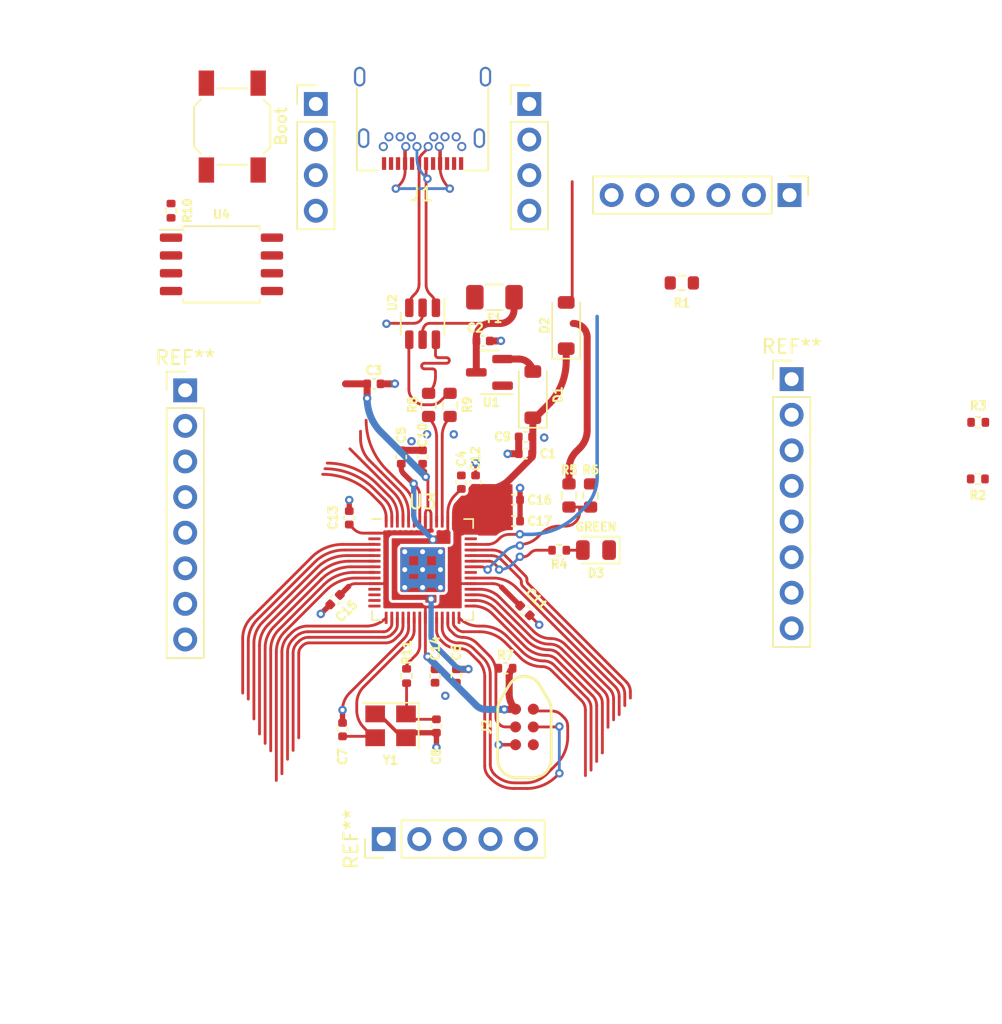
<source format=kicad_pcb>
(kicad_pcb (version 20221018) (generator pcbnew)
  (layers (0 "F.Cu" signal) (31 "B.Cu" signal) (34 "B.Paste" user) (35 "F.Paste" user) (36 "B.SilkS" user "B.Silkscreen") (37 "F.SilkS" user "F.Silkscreen") (38 "B.Mask" user) (39 "F.Mask" user) (44 "Edge.Cuts" user))
  (net 0 "")
  (net 1 "GND")
  (net 2 "+3V3")
  (net 3 "+5V")
  (net 4 "+1V1")
  (net 5 "XTAL_IN")
  (net 6 "/XTAL_O")
  (net 7 "Net-(D1-A)")
  (net 8 "3vCable")
  (net 9 "Net-(D3-A)")
  (net 10 "VCC")
  (net 12 "Net-(J1-CC1)")
  (net 13 "DBUS+")
  (net 14 "DBUS-")
  (net 17 "DATA")
  (net 19 "Net-(J1-CC2)")
  (net 22 "Net-(J1-SHIELD)")
  (net 23 "SWD")
  (net 24 "~{RESET}")
  (net 25 "SWCLK")
  (net 27 "PICO_LED")
  (net 28 "VBUS_SENSE")
  (net 29 "D+")
  (net 30 "/D_+")
  (net 31 "D-")
  (net 32 "/D_-")
  (net 33 "/~{USB_BOOT}")
  (net 34 "CS")
  (net 35 "XTAL_OUT")
  (net 37 "START")
  (net 38 "RIGHT")
  (net 39 "DOWN")
  (net 40 "LEFT")
  (net 41 "L")
  (net 42 "M1")
  (net 43 "M2")
  (net 48 "C_LT")
  (net 49 "A")
  (net 50 "C_DN")
  (net 51 "C_RT")
  (net 52 "C_UP")
  (net 53 "UP")
  (net 54 "MS")
  (net 55 "Z")
  (net 56 "LS")
  (net 57 "X")
  (net 58 "Y")
  (net 59 "B")
  (net 60 "R")
  (net 61 "SD3")
  (net 62 "QSPI_CLK")
  (net 63 "SD0")
  (net 64 "SD2")
  (net 65 "SD1")
  (net 68 "unconnected-(J3-Pin_2-Pad2)")
  (footprint "Resistor_SMD:R_0603_1608Metric" (layer "F.Cu") (at 153.736089 49.696089 90)
    (fp_text reference "R6")
    (fp_text value "10k")
  )
  (footprint "Capacitor_SMD:C_0402_1005Metric" (layer "F.Cu") (at 136.031089 66.400107 -90)
    (fp_text reference "C7")
    (fp_text value "22pF")
  )
  (footprint "Connector_PinHeader_2.54mm:PinHeader_1x05_P2.54mm_Vertical" (layer "F.Cu") (at 138.97 74.21 90)
    (fp_text reference "REF**")
    (fp_text value "PinHeader_1x05_P2.54mm_Vertical")
  )
  (footprint "Capacitor_SMD:C_0402_1005Metric" (layer "F.Cu") (at 149.086089 45.516089 180)
    (fp_text reference "C9")
    (fp_text value "10uF")
  )
  (footprint "footprints:TYPE-C_24P_QCHT" (layer "F.Cu") (at 141.744589 21.091089 180)
    (fp_text reference "J1")
    (fp_text value "USB C Connector")
  )
  (footprint "Resistor_SMD:R_0402_1005Metric" (layer "F.Cu") (at 140.603089 62.574339 90)
    (fp_text reference "R11")
    (fp_text value "1k")
  )
  (footprint "Capacitor_SMD:C_0402_1005Metric" (layer "F.Cu") (at 144.159089 62.574339 -90)
    (fp_text reference "C6")
    (fp_text value "100nF")
  )
  (footprint "Diode_SMD:D_SOD-123" (layer "F.Cu") (at 151.996089 37.571089 90)
    (fp_text reference "D2")
    (fp_text value "Schottky Diode")
  )
  (footprint "Capacitor_SMD:C_0402_1005Metric" (layer "F.Cu") (at 148.223089 50.001339)
    (fp_text reference "C16")
    (fp_text value "100nF")
  )
  (footprint "Capacitor_SMD:C_0402_1005Metric" (layer "F.Cu") (at 138.266089 41.731089)
    (fp_text reference "C3")
    (fp_text value "100nF")
  )
  (footprint "Resistor_SMD:R_0603_1608Metric" (layer "F.Cu") (at 142.176089 43.231089 -90)
    (fp_text reference "R8")
    (fp_text value "27")
  )
  (footprint "Connector_PinHeader_2.54mm:PinHeader_1x08_P2.54mm_Vertical" (layer "F.Cu") (at 124.8 42.19)
    (fp_text reference "REF**")
    (fp_text value "PinHeader_1x08_P2.54mm_Vertical")
  )
  (footprint "Package_TO_SOT_SMD:SOT-23" (layer "F.Cu") (at 146.518589 40.911089 180)
    (fp_text reference "U1")
    (fp_text value "XC6206")
  )
  (footprint "Crystal:Crystal_SMD_3225-4Pin_3.2x2.5mm" (layer "F.Cu") (at 139.460089 66.130339 180)
    (fp_text reference "Y1")
    (fp_text value "12MHz")
  )
  (footprint "Button_Switch_SMD:SW_SPST_SKQG_WithStem" (layer "F.Cu") (at 128.16 23.375 -90)
    (fp_text reference "SW1" hide)
    (fp_text value "Boot")
  )
  (footprint "Capacitor_SMD:C_0402_1005Metric" (layer "F.Cu") (at 142.733839 66.146107 90)
    (fp_text reference "C8")
    (fp_text value "22pF")
  )
  (footprint "Capacitor_SMD:C_0402_1005Metric" (layer "F.Cu") (at 142.635089 62.574339 -90)
    (fp_text reference "C14")
    (fp_text value "100nF")
  )
  (footprint "Resistor_SMD:R_0402_1005Metric" (layer "F.Cu") (at 123.79 29.375 -90)
    (fp_text reference "R10")
    (fp_text value "1k")
  )
  (footprint "Connector_PinHeader_2.54mm:PinHeader_1x04_P2.54mm_Vertical" (layer "F.Cu") (at 149.364589 21.760089)
    (fp_text reference "J3" hide)
    (fp_text value "Conn_01x04_Pin")
  )
  (footprint "Connector_PinHeader_2.54mm:PinHeader_1x08_P2.54mm_Vertical" (layer "F.Cu") (at 168.09 41.395)
    (fp_text reference "REF**")
    (fp_text value "PinHeader_1x08_P2.54mm_Vertical")
  )
  (footprint "footprints:RP2040-QFN-56" (layer "F.Cu") (at 141.746089 54.986089)
    (fp_text reference "U3")
    (fp_text value "RP2040")
  )
  (footprint "LED_SMD:LED_0805_2012Metric" (layer "F.Cu") (at 154.123589 53.591089 180)
    (fp_text reference "D3")
    (fp_text value "GREEN")
  )
  (footprint "Package_TO_SOT_SMD:SOT-23-6" (layer "F.Cu") (at 141.746089 37.441089 -90)
    (fp_text reference "U2")
    (fp_text value "USBLC6-2SC6")
  )
  (footprint "Resistor_SMD:R_0402_1005Metric" (layer "F.Cu") (at 147.666089 62.021089 180)
    (fp_text reference "R7")
    (fp_text value "10k")
  )
  (footprint "Capacitor_SMD:C_0402_1005Metric" (layer "F.Cu") (at 144.511839 48.747107 90)
    (fp_text reference "C4")
    (fp_text value "1uF")
  )
  (footprint "Capacitor_SMD:C_0402_1005Metric" (layer "F.Cu") (at 141.746089 46.953339 90)
    (fp_text reference "C10")
    (fp_text value "1uF")
  )
  (footprint "Resistor_SMD:R_0603_1608Metric" (layer "F.Cu") (at 143.706089 43.231089 -90)
    (fp_text reference "R9")
    (fp_text value "27")
  )
  (footprint "Capacitor_SMD:C_0402_1005Metric" (layer "F.Cu") (at 148.223089 51.525339)
    (fp_text reference "C17")
    (fp_text value "100nF")
  )
  (footprint "Resistor_SMD:R_0402_1005Metric" (layer "F.Cu") (at 181.38 48.515 180)
    (fp_text reference "R2")
    (fp_text value "5.1k")
  )
  (footprint "Capacitor_SMD:C_0402_1005Metric" (layer "F.Cu") (at 149.086089 46.716089)
    (fp_text reference "C1")
    (fp_text value "1uF")
  )
  (footprint "Resistor_SMD:R_0603_1608Metric" (layer "F.Cu") (at 152.196089 49.696089 -90)
    (fp_text reference "R5")
    (fp_text value "5.6k")
  )
  (footprint "Package_SO:SOIC-8_5.23x5.23mm_P1.27mm" (layer "F.Cu") (at 127.39 33.205)
    (fp_text reference "U4")
    (fp_text value "W25Q128JVS")
  )
  (footprint "Diode_SMD:D_SOD-123" (layer "F.Cu") (at 149.616089 42.501089 90)
    (fp_text reference "D1")
    (fp_text value "Schottky Diode")
  )
  (footprint "Connector_PinHeader_2.54mm:PinHeader_1x04_P2.54mm_Vertical" (layer "F.Cu") (at 134.124589 21.760089)
    (fp_text reference "J4" hide)
    (fp_text value "Conn_01x04_Pin")
  )
  (footprint "Capacitor_SMD:C_0402_1005Metric" (layer "F.Cu") (at 145.527839 48.747107 90)
    (fp_text reference "C12")
    (fp_text value "100nF")
  )
  (footprint "Connector_PinHeader_2.54mm:PinHeader_1x06_P2.54mm_Vertical" (layer "F.Cu") (at 167.94 28.26 -90)
    (fp_text reference "J5" hide)
    (fp_text value "Conn_01x06_Pin" hide)
  )
  (footprint "Capacitor_SMD:C_0402_1005Metric" (layer "F.Cu") (at 140.222089 46.953339 90)
    (fp_text reference "C5")
    (fp_text value "100nF")
  )
  (footprint "Capacitor_SMD:C_0402_1005Metric" (layer "F.Cu") (at 135.494839 57.129107 -135)
    (fp_text reference "C15")
    (fp_text value "100nF")
  )
  (footprint "Resistor_SMD:R_0402_1005Metric" (layer "F.Cu") (at 181.41 44.475)
    (fp_text reference "R3")
    (fp_text value "5.1k")
  )
  (footprint "marbastlib-various:CON_TC2030_outlined" (layer "F.Cu") (at 149.016089 66.211089 -90)
    (fp_text reference "J2")
    (fp_text value "JTAG_TC2030")
  )
  (footprint "Resistor_SMD:R_0603_1608Metric" (layer "F.Cu") (at 160.25 34.53 180)
    (fp_text reference "R1")
    (fp_text value "1M")
  )
  (footprint "Fuse:Fuse_1206_3216Metric" (layer "F.Cu") (at 146.876089 35.551089)
    (fp_text reference "F1")
    (fp_text value "500 mA")
  )
  (footprint "Resistor_SMD:R_0402_1005Metric" (layer "F.Cu") (at 151.496089 53.601089)
    (fp_text reference "R4")
    (fp_text value "470")
  )
  (footprint "Capacitor_SMD:C_0402_1005Metric" (layer "F.Cu") (at 149.052089 57.906982 -45)
    (fp_text reference "C11")
    (fp_text value "100nF")
  )
  (footprint "Capacitor_SMD:C_0402_1005Metric" (layer "F.Cu") (at 146.066089 38.671089 180)
    (fp_text reference "C2")
    (fp_text value "1uF")
  )
  (footprint "Capacitor_SMD:C_0402_1005Metric" (layer "F.Cu") (at 136.510839 51.287107 90)
    (fp_text reference "C13")
    (fp_text value "100nF")
  )
  (segment (start 141.746089 36.303589) (end 141.746089 36.794458) (width 0.2) (layer "F.Cu") (net 1))
  (segment (start 150.068089 58.922982) (end 149.3915 58.246393) (width 0.2) (layer "F.Cu") (net 1))
  (segment (start 140.746089 58.423589) (end 140.746089 59.144618) (width 0.2) (layer "F.Cu") (net 1))
  (segment (start 141.129458 37.411089) (end 139.196089 37.411089) (width 0.2) (layer "F.Cu") (net 1))
  (segment (start 148.606089 45.516089) (end 148.606089 46.716089) (width 0.5) (layer "F.Cu") (net 1))
  (segment (start 142.733839 66.626107) (end 142.733839 67.670107) (width 0.381) (layer "F.Cu") (net 1))
  (segment (start 142.733839 66.626107) (end 140.914321 66.626107) (width 0.381) (layer "F.Cu") (net 1))
  (segment (start 135.155428 57.468518) (end 134.478839 58.145107) (width 0.381) (layer "F.Cu") (net 1))
  (segment (start 136.510839 50.807107) (end 136.510839 50.017107) (width 0.381) (layer "F.Cu") (net 1))
  (segment (start 139.196089 37.411089) (end 139.166089 37.441089) (width 0.2) (layer "F.Cu") (net 1))
  (segment (start 136.031089 65.003107) (end 136.031089 65.920107) (width 0.381) (layer "F.Cu") (net 1))
  (segment (start 140.437992 59.88843) (end 136.531514 63.794908) (width 0.2) (layer "F.Cu") (net 1))
  (segment (start 148.703089 50.001339) (end 148.703089 51.525339) (width 0.381) (layer "F.Cu") (net 1))
  (segment (start 138.746089 41.731089) (end 139.756089 41.731089) (width 0.5) (layer "F.Cu") (net 1))
  (segment (start 148.606089 46.716089) (end 147.826089 46.716089) (width 0.5) (layer "F.Cu") (net 1))
  (segment (start 145.527839 48.267107) (end 145.527839 47.350107) (width 0.2) (layer "F.Cu") (net 1))
  (segment (start 147.826089 46.716089) (end 147.816089 46.726089) (width 0.5) (layer "F.Cu") (net 1))
  (segment (start 148.702839 49.161089) (end 148.702839 50.001089) (width 0.381) (layer "F.Cu") (net 1))
  (segment (start 148.381089 67.481089) (end 147.178828 67.481089) (width 0.25) (layer "F.Cu") (net 1))
  (segment (start 140.222089 46.473339) (end 141.746089 46.473339) (width 0.5) (layer "F.Cu") (net 1))
  (segment (start 140.313111 66.980339) (end 138.613111 65.280339) (width 0.254) (layer "F.Cu") (net 1))
  (segment (start 147.326089 38.671089) (end 147.336089 38.661089) (width 0.5) (layer "F.Cu") (net 1))
  (segment (start 146.546089 38.671089) (end 147.326089 38.671089) (width 0.5) (layer "F.Cu") (net 1))
  (via (at 134.478839 58.145107) (size 0.6) (drill 0.3) (layers "F.Cu" "B.Cu") (net 1))
  (via (at 142.067089 45.333982) (size 0.6) (drill 0.3) (layers "F.Cu" "B.Cu") (net 1))
  (via (at 143.972089 45.333982) (size 0.6) (drill 0.3) (layers "F.Cu" "B.Cu") (net 1))
  (via (at 143.368839 63.987107) (size 0.6) (drill 0.3) (layers "F.Cu" "B.Cu") (net 1))
  (via (at 139.766089 41.721089) (size 0.6) (drill 0.3) (layers "F.Cu" "B.Cu") (net 1))
  (via (at 148.702839 49.161089) (size 0.6) (drill 0.3) (layers "F.Cu" "B.Cu") (net 1))
  (via (at 140.955839 45.826107) (size 0.6) (drill 0.3) (layers "F.Cu" "B.Cu") (net 1))
  (via (at 139.166089 37.441089) (size 0.6) (drill 0.3) (layers "F.Cu" "B.Cu") (net 1))
  (via (at 145.527839 47.350107) (size 0.6) (drill 0.3) (layers "F.Cu" "B.Cu") (net 1))
  (via (at 136.510839 50.017107) (size 0.6) (drill 0.3) (layers "F.Cu" "B.Cu") (net 1))
  (via (at 150.426089 45.566089) (size 0.6) (drill 0.3) (layers "F.Cu" "B.Cu") (net 1))
  (via (at 150.068089 58.922982) (size 0.6) (drill 0.3) (layers "F.Cu" "B.Cu") (net 1))
  (via (at 147.178828 67.481089) (size 0.6) (drill 0.3) (layers "F.Cu" "B.Cu") (net 1))
  (via (at 147.816089 46.726089) (size 0.6) (drill 0.3) (layers "F.Cu" "B.Cu") (net 1))
  (via (at 142.733839 67.670107) (size 0.6) (drill 0.3) (layers "F.Cu" "B.Cu") (net 1))
  (via (at 136.031089 65.003107) (size 0.6) (drill 0.3) (layers "F.Cu" "B.Cu") (net 1))
  (via (at 147.336089 38.661089) (size 0.6) (drill 0.3) (layers "F.Cu" "B.Cu") (net 1))
  (arc (start 136.031089 65.003107) (mid 136.161145 64.349205) (end 136.531514 63.794908) (width 0.2) (layer "F.Cu") (net 1))
  (arc (start 140.746089 59.144618) (mid 140.666017 59.547166) (end 140.437992 59.88843) (width 0.2) (layer "F.Cu") (net 1))
  (arc (start 141.129458 37.411089) (mid 141.565482 37.230482) (end 141.746089 36.794458) (width 0.2) (layer "F.Cu") (net 1))
  (segment (start 143.021089 54.986089) (end 140.471089 54.986089) (width 0.635) (layer "B.Cu") (net 1))
  (segment (start 140.471089 56.261089) (end 140.771089 55.961089) (width 0.635) (layer "B.Cu") (net 1))
  (segment (start 142.721089 55.961089) (end 143.021089 56.261089) (width 0.635) (layer "B.Cu") (net 1))
  (segment (start 141.746089 53.711089) (end 141.746089 56.261089) (width 0.635) (layer "B.Cu") (net 1))
  (segment (start 143.021089 53.711089) (end 140.471089 53.711089) (width 0.635) (layer "B.Cu") (net 1))
  (segment (start 143.021089 56.261089) (end 143.021089 53.711089) (width 0.635) (layer "B.Cu") (net 1))
  (segment (start 140.771089 55.961089) (end 142.721089 55.961089) (width 0.635) (layer "B.Cu") (net 1))
  (segment (start 140.471089 56.261089) (end 140.471089 53.711089) (width 0.635) (layer "B.Cu") (net 1))
  (segment (start 145.183589 52.386089) (end 146.173125 52.386089) (width 0.2) (layer "F.Cu") (net 2))
  (segment (start 149.616089 44.151089) (end 149.616089 46.666089) (width 0.5) (layer "F.Cu") (net 2))
  (segment (start 142.124239 48.518507) (end 142.124239 50.633489) (width 0.2) (layer "F.Cu") (net 2))
  (segment (start 147.948624 48.567661) (end 149.566089 46.950196) (width 0.5) (layer "F.Cu") (net 2))
  (segment (start 136.466357 56.185589) (end 135.875839 56.776107) (width 0.381) (layer "F.Cu") (net 2))
  (segment (start 142.346089 51.548589) (end 142.346089 52.142339) (width 0.2) (layer "F.Cu") (net 2))
  (segment (start 139.475857 52.386089) (end 139.558839 52.303107) (width 0.2) (layer "F.Cu") (net 2))
  (segment (start 144.638982 50.115964) (end 145.527839 49.227107) (width 0.2) (layer "F.Cu") (net 2))
  (segment (start 149.566089 46.950196) (end 149.566089 46.716089) (width 0.5) (layer "F.Cu") (net 2))
  (segment (start 138.308589 52.386089) (end 137.544035 52.386089) (width 0.2) (layer "F.Cu") (net 2))
  (segment (start 141.971839 47.954089) (end 141.746089 47.728339) (width 0.2) (layer "F.Cu") (net 2))
  (segment (start 142.098839 61.193107) (end 142.635089 61.729357) (width 0.5) (layer "F.Cu") (net 2))
  (segment (start 142.228931 50.738181) (end 142.127089 50.636339) (width 0.2) (layer "F.Cu") (net 2))
  (segment (start 141.946089 58.423589) (end 141.946089 57.694339) (width 0.2) (layer "F.Cu") (net 2))
  (segment (start 141.946089 51.548589) (end 141.946089 52.404357) (width 0.2) (layer "F.Cu") (net 2))
  (segment (start 144.314339 52.386089) (end 144.286089 52.414339) (width 0.2) (layer "F.Cu") (net 2))
  (segment (start 145.183589 52.386089) (end 144.314339 52.386089) (width 0.2) (layer "F.Cu") (net 2))
  (segment (start 150.860436 43.07335) (end 149.782697 44.151089) (width 0.5) (layer "F.Cu") (net 2))
  (segment (start 144.346089 51.548589) (end 144.346089 52.347339) (width 0.2) (layer "F.Cu") (net 2))
  (segment (start 141.971839 48.366107) (end 142.124239 48.518507) (width 0.2) (layer "F.Cu") (net 2))
  (segment (start 147.385214 56.240107) (end 148.712678 57.567571) (width 0.381) (layer "F.Cu") (net 2))
  (segment (start 139.063339 55.986089) (end 139.079089 55.970339) (width 0.2) (layer "F.Cu") (net 2))
  (segment (start 141.946089 52.404357) (end 141.971839 52.430107) (width 0.2) (layer "F.Cu") (net 2))
  (segment (start 146.880232 52.093196) (end 147.448089 51.525339) (width 0.2) (layer "F.Cu") (net 2))
  (segment (start 137.786089 42.761089) (end 137.786089 41.731089) (width 0.5) (layer "F.Cu") (net 2))
  (segment (start 143.946089 52.074339) (end 143.946089 51.548589) (width 0.2) (layer "F.Cu") (net 2))
  (segment (start 145.183589 55.986089) (end 144.311089 55.986089) (width 0.2) (layer "F.Cu") (net 2))
  (segment (start 141.971839 48.366107) (end 141.971839 47.954089) (width 0.2) (layer "F.Cu") (net 2))
  (segment (start 142.346089 51.548589) (end 142.346089 51.021024) (width 0.2) (layer "F.Cu") (net 2))
  (segment (start 142.127089 50.636339) (end 142.063246 50.700182) (width 0.2) (layer "F.Cu") (net 2))
  (segment (start 145.527839 49.227107) (end 146.35658 49.227107) (width 0.5) (layer "F.Cu") (net 2))
  (segment (start 147.448089 51.525339) (end 147.743089 51.525339) (width 0.381) (layer "F.Cu") (net 2))
  (segment (start 151.996089 39.221089) (end 151.996089 40.121774) (width 0.5) (layer "F.Cu") (net 2))
  (segment (start 138.308589 52.386089) (end 139.475857 52.386089) (width 0.2) (layer "F.Cu") (net 2))
  (segment (start 144.346089 51.548589) (end 144.346089 50.823071) (width 0.2) (layer "F.Cu") (net 2))
  (segment (start 147.743089 50.001339) (end 147.743089 51.525339) (width 0.381) (layer "F.Cu") (net 2))
  (segment (start 145.183589 55.986089) (end 146.771977 55.986089) (width 0.2) (layer "F.Cu") (net 2))
  (segment (start 138.308589 55.986089) (end 139.063339 55.986089) (width 0.2) (layer "F.Cu") (net 2))
  (segment (start 141.946089 50.983024) (end 141.946089 51.548589) (width 0.2) (layer "F.Cu") (net 2))
  (segment (start 137.786089 41.731089) (end 136.241089 41.731089) (width 0.5) (layer "F.Cu") (net 2))
  (segment (start 147.926089 63.842622) (end 147.926089 62.624551) (width 0.5) (layer "F.Cu") (net 2))
  (segment (start 149.616089 46.666089) (end 149.566089 46.716089) (width 0.5) (layer "F.Cu") (net 2))
  (segment (start 143.946089 51.548589) (end 144.346089 51.148589) (width 0.2) (layer "F.Cu") (net 2))
  (segment (start 141.946089 61.040357) (end 141.946089 58.423589) (width 0.2) (layer "F.Cu") (net 2))
  (segment (start 142.124239 50.633489) (end 142.127089 50.636339) (width 0.2) (layer "F.Cu") (net 2))
  (segment (start 142.635089 61.729357) (end 142.635089 62.094339) (width 0.5) (layer "F.Cu") (net 2))
  (segment (start 138.308589 55.986089) (end 136.947846 55.986089) (width 0.2) (layer "F.Cu") (net 2))
  (segment (start 144.346089 52.347339) (end 144.413089 52.414339) (width 0.2) (layer "F.Cu") (net 2))
  (segment (start 142.098839 61.193107) (end 141.946089 61.040357) (width 0.2) (layer "F.Cu") (net 2))
  (segment (start 149.782697 44.151089) (end 149.616089 44.151089) (width 0.5) (layer "F.Cu") (net 2))
  (segment (start 147.578828 64.961089) (end 148.361089 64.961089) (width 0.5) (layer "F.Cu") (net 2))
  (segment (start 144.286089 52.414339) (end 143.946089 52.074339) (width 0.2) (layer "F.Cu") (net 2))
  (segment (start 136.836928 52.093196) (end 136.510839 51.767107) (width 0.2) (layer "F.Cu") (net 2))
  (via (at 142.098839 61.193107) (size 0.6) (drill 0.3) (layers "F.Cu" "B.Cu") (net 2))
  (via (at 141.971839 48.366107) (size 0.6) (drill 0.3) (layers "F.Cu" "B.Cu") (net 2))
  (via (at 147.578828 64.961089) (size 0.6) (drill 0.3) (layers "F.Cu" "B.Cu") (net 2))
  (via (at 137.786089 42.761089) (size 0.6) (drill 0.3) (layers "F.Cu" "B.Cu") (net 2))
  (arc (start 136.836928 52.093196) (mid 137.161351 52.309969) (end 137.544035 52.386089) (width 0.2) (layer "F.Cu") (net 2))
  (arc (start 142.346089 51.021024) (mid 142.315641 50.86795) (end 142.228931 50.738181) (width 0.2) (layer "F.Cu") (net 2))
  (arc (start 147.926089 63.842622) (mid 148.04434 64.437108) (end 148.381089 64.941089) (width 0.5) (layer "F.Cu") (net 2))
  (arc (start 136.466357 56.185589) (mid 136.687323 56.037909) (end 136.947846 55.986089) (width 0.2) (layer "F.Cu") (net 2))
  (arc (start 144.638982 50.115964) (mid 144.422209 50.440387) (end 144.346089 50.823071) (width 0.2) (layer "F.Cu") (net 2))
  (arc (start 148.176089 62.021089) (mid 147.991046 62.297994) (end 147.926089 62.624551) (width 0.5) (layer "F.Cu") (net 2))
  (arc (start 141.946089 50.983024) (mid 141.976537 50.829951) (end 142.063246 50.700182) (width 0.2) (layer "F.Cu") (net 2))
  (arc (start 151.996089 40.121774) (mid 151.701783 41.702513) (end 150.860436 43.07335) (width 0.5) (layer "F.Cu") (net 2))
  (arc (start 146.173125 52.386089) (mid 146.555808 52.309969) (end 146.880232 52.093196) (width 0.2) (layer "F.Cu") (net 2))
  (arc (start 147.385214 56.240107) (mid 147.103851 56.052102) (end 146.771977 55.986089) (width 0.2) (layer "F.Cu") (net 2))
  (arc (start 147.948624 48.567661) (mid 147.218188 49.055723) (end 146.35658 49.227107) (width 0.5) (layer "F.Cu") (net 2))
  (segment (start 142.098839 61.193107) (end 145.573928 64.668196) (width 0.5) (layer "B.Cu") (net 2))
  (segment (start 146.281035 64.961089) (end 147.578828 64.961089) (width 0.5) (layer "B.Cu") (net 2))
  (segment (start 138.789659 45.183927) (end 141.971839 48.366107) (width 0.5) (layer "B.Cu") (net 2))
  (arc (start 145.573928 64.668196) (mid 145.898351 64.884969) (end 146.281035 64.961089) (width 0.5) (layer "B.Cu") (net 2))
  (arc (start 137.786089 42.761089) (mid 138.046908 44.072321) (end 138.789659 45.183927) (width 0.5) (layer "B.Cu") (net 2))
  (segment (start 148.276089 35.551089) (end 148.276089 36.421089) (width 0.5) (layer "F.Cu") (net 3))
  (segment (start 145.581089 38.421089) (end 145.581089 40.911089) (width 0.5) (layer "F.Cu") (net 3))
  (segment (start 142.231774 37.411089) (end 146.571089 37.411089) (width 0.2) (layer "F.Cu") (net 3))
  (segment (start 152.968881 46.308297) (end 152.723297 46.553881) (width 0.5) (layer "F.Cu") (net 3))
  (segment (start 152.196089 47.826673) (end 152.196089 48.871089) (width 0.5) (layer "F.Cu") (net 3))
  (segment (start 153.496089 38.421089) (end 153.496089 45.035505) (width 0.5) (layer "F.Cu") (net 3))
  (segment (start 146.906089 37.421089) (end 146.581089 37.421089) (width 0.5) (layer "F.Cu") (net 3))
  (segment (start 147.276089 37.421089) (end 146.906089 37.421089) (width 0.5) (layer "F.Cu") (net 3))
  (segment (start 141.746089 38.017913) (end 141.746089 38.111089) (width 0.2) (layer "F.Cu") (net 3))
  (segment (start 146.571089 37.411089) (end 146.581089 37.421089) (width 0.2) (layer "F.Cu") (net 3))
  (arc (start 152.496089 37.421089) (mid 153.203196 37.713982) (end 153.496089 38.421089) (width 0.5) (layer "F.Cu") (net 3))
  (arc (start 152.723297 46.553881) (mid 152.333106 47.137843) (end 152.196089 47.826673) (width 0.5) (layer "F.Cu") (net 3))
  (arc (start 145.581089 38.421089) (mid 145.873982 37.713982) (end 146.581089 37.421089) (width 0.5) (layer "F.Cu") (net 3))
  (arc (start 148.276089 36.421089) (mid 147.983196 37.128196) (end 147.276089 37.421089) (width 0.5) (layer "F.Cu") (net 3))
  (arc (start 142.231774 37.411089) (mid 142.078701 37.441537) (end 141.948932 37.528246) (width 0.2) (layer "F.Cu") (net 3))
  (arc (start 141.948932 37.528246) (mid 141.798798 37.752923) (end 141.746089 38.017913) (width 0.2) (layer "F.Cu") (net 3))
  (arc (start 152.968881 46.308297) (mid 153.359072 45.724335) (end 153.496089 45.035505) (width 0.5) (layer "F.Cu") (net 3))
  (segment (start 141.111089 48.858339) (end 140.392473 48.139723) (width 0.381) (layer "F.Cu") (net 4))
  (segment (start 143.546089 52.392339) (end 143.397089 52.541339) (width 0.2) (layer "F.Cu") (net 4))
  (segment (start 145.019839 62.082107) (end 145.007607 62.094339) (width 0.5) (layer "F.Cu") (net 4))
  (segment (start 142.346089 58.423589) (end 142.346089 59.572125) (width 0.2) (layer "F.Cu") (net 4))
  (segment (start 144.159089 62.047867) (end 144.159089 62.094339) (width 0.2) (layer "F.Cu") (net 4))
  (segment (start 145.007607 62.094339) (end 144.159089 62.094339) (width 0.5) (layer "F.Cu") (net 4))
  (segment (start 143.546089 51.548589) (end 143.546089 52.392339) (width 0.2) (layer "F.Cu") (net 4))
  (segment (start 142.638982 60.279232) (end 143.983331 61.623581) (width 0.2) (layer "F.Cu") (net 4))
  (segment (start 141.111089 48.858339) (end 141.253196 49.000446) (width 0.2) (layer "F.Cu") (net 4))
  (segment (start 141.546089 49.707553) (end 141.546089 51.548589) (width 0.2) (layer "F.Cu") (net 4))
  (segment (start 143.546089 51.548589) (end 143.546089 50.917376) (width 0.2) (layer "F.Cu") (net 4))
  (segment (start 144.058402 49.680544) (end 144.511839 49.227107) (width 0.2) (layer "F.Cu") (net 4))
  (via (at 145.019839 62.082107) (size 0.6) (drill 0.3) (layers "F.Cu" "B.Cu") (net 4))
  (via (at 142.352839 57.085589) (size 0.6) (drill 0.35) (layers "F.Cu" "B.Cu") (net 4))
  (via (at 142.479839 52.848339) (size 0.6) (drill 0.35) (layers "F.Cu" "B.Cu") (net 4))
  (via (at 141.111089 48.858339) (size 0.6) (drill 0.3) (layers "F.Cu" "B.Cu") (net 4))
  (arc (start 142.638982 60.279232) (mid 142.422209 59.954809) (end 142.346089 59.572125) (width 0.2) (layer "F.Cu") (net 4))
  (arc (start 143.983331 61.623581) (mid 144.113407 61.81825) (end 144.159089 62.047867) (width 0.2) (layer "F.Cu") (net 4))
  (arc (start 144.058402 49.680544) (mid 143.679235 50.248007) (end 143.546089 50.917376) (width 0.2) (layer "F.Cu") (net 4))
  (arc (start 140.392473 48.139723) (mid 140.266371 47.950997) (end 140.222089 47.728339) (width 0.381) (layer "F.Cu") (net 4))
  (arc (start 141.253196 49.000446) (mid 141.469969 49.324869) (end 141.546089 49.707553) (width 0.2) (layer "F.Cu") (net 4))
  (segment (start 141.111089 51.065375) (end 141.111089 48.858339) (width 0.381) (layer "B.Cu") (net 4))
  (segment (start 142.352839 57.085589) (end 142.352839 59.718875) (width 0.381) (layer "B.Cu") (net 4))
  (segment (start 142.645732 60.425982) (end 144.008964 61.789214) (width 0.381) (layer "B.Cu") (net 4))
  (segment (start 144.716071 62.082107) (end 145.019839 62.082107) (width 0.381) (layer "B.Cu") (net 4))
  (segment (start 142.479839 52.848339) (end 141.403982 51.772482) (width 0.381) (layer "B.Cu") (net 4))
  (arc (start 141.403982 51.772482) (mid 141.187209 51.448059) (end 141.111089 51.065375) (width 0.381) (layer "B.Cu") (net 4))
  (arc (start 144.008964 61.789214) (mid 144.333387 62.005987) (end 144.716071 62.082107) (width 0.381) (layer "B.Cu") (net 4))
  (arc (start 142.645732 60.425982) (mid 142.428959 60.101559) (end 142.352839 59.718875) (width 0.381) (layer "B.Cu") (net 4))
  (segment (start 141.146089 58.423589) (end 141.146089 59.328908) (width 0.2) (layer "F.Cu") (net 5))
  (segment (start 137.047089 64.547956) (end 137.047089 65.020587) (width 0.2) (layer "F.Cu") (net 5))
  (segment (start 136.031089 66.880107) (end 138.259857 66.880107) (width 0.2) (layer "F.Cu") (net 5))
  (segment (start 137.562394 66.264644) (end 138.278089 66.980339) (width 0.2) (layer "F.Cu") (net 5))
  (segment (start 140.851628 60.0398) (end 137.544622 63.346806) (width 0.2) (layer "F.Cu") (net 5))
  (arc (start 137.047089 64.547956) (mid 137.176394 63.897898) (end 137.544622 63.346806) (width 0.2) (layer "F.Cu") (net 5))
  (arc (start 141.146089 59.328908) (mid 141.069561 59.71364) (end 140.851628 60.0398) (width 0.2) (layer "F.Cu") (net 5))
  (arc (start 137.047089 65.020587) (mid 137.181012 65.693866) (end 137.562394 66.264644) (width 0.2) (layer "F.Cu") (net 5))
  (segment (start 142.733839 65.666107) (end 140.945857 65.666107) (width 0.2) (layer "F.Cu") (net 6))
  (segment (start 140.603089 65.237339) (end 140.603089 63.084339) (width 0.2) (layer "F.Cu") (net 6))
  (segment (start 149.584321 40.701652) (end 149.584321 40.819321) (width 0.5) (layer "F.Cu") (net 7))
  (segment (start 147.456089 39.961089) (end 148.616089 39.961089) (width 0.5) (layer "F.Cu") (net 7))
  (segment (start 149.584321 40.819321) (end 149.616089 40.851089) (width 0.5) (layer "F.Cu") (net 7))
  (arc (start 148.616089 39.961089) (mid 149.22485 40.167736) (end 149.584321 40.701652) (width 0.5) (layer "F.Cu") (net 7))
  (segment (start 151.996089 35.921089) (end 152.426089 35.491089) (width 0.2) (layer "F.Cu") (net 8))
  (segment (start 152.426089 35.491089) (end 152.426089 27.300089) (width 0.2) (layer "F.Cu") (net 8))
  (segment (start 152.006089 53.601089) (end 153.176089 53.601089) (width 0.2) (layer "F.Cu") (net 9))
  (segment (start 153.176089 53.601089) (end 153.186089 53.591089) (width 0.2) (layer "F.Cu") (net 9))
  (segment (start 140.494589 26.011089) (end 140.494589 26.566812) (width 0.2) (layer "F.Cu") (net 10))
  (segment (start 142.994589 26.011089) (end 142.994589 26.26523) (width 0.2) (layer "F.Cu") (net 10))
  (segment (start 140.494589 26.011089) (end 140.494589 24.851089) (width 0.25) (layer "F.Cu") (net 10))
  (segment (start 140.087453 27.549725) (end 139.836089 27.801089) (width 0.2) (layer "F.Cu") (net 10))
  (segment (start 142.994589 24.851089) (end 142.944589 24.801089) (width 0.25) (layer "F.Cu") (net 10))
  (segment (start 142.994589 26.011089) (end 142.994589 24.851089) (width 0.25) (layer "F.Cu") (net 10))
  (via (at 139.836089 27.801089) (size 0.6) (drill 0.3) (layers "F.Cu" "B.Cu") (net 10))
  (via (at 143.686089 27.801089) (size 0.6) (drill 0.3) (layers "F.Cu" "B.Cu") (net 10))
  (arc (start 140.087453 27.549725) (mid 140.388778 27.098761) (end 140.494589 26.566812) (width 0.2) (layer "F.Cu") (net 10))
  (arc (start 143.591641 27.706641) (mid 143.149758 27.045316) (end 142.994589 26.26523) (width 0.2) (layer "F.Cu") (net 10))
  (segment (start 139.836089 27.801089) (end 143.686089 27.801089) (width 0.2) (layer "B.Cu") (net 10))
  (segment (start 142.403196 35.458196) (end 142.287482 35.342482) (width 0.2) (layer "F.Cu") (net 13))
  (segment (start 142.696089 36.303589) (end 142.696089 36.165303) (width 0.2) (layer "F.Cu") (net 13))
  (segment (start 141.994589 34.635375) (end 141.994589 26.011089) (width 0.2) (layer "F.Cu") (net 13))
  (via (at 142.094089 27.101089) (size 0.6) (drill 0.3) (layers "F.Cu" "B.Cu") (net 13))
  (arc (start 142.287482 35.342482) (mid 142.070709 35.018058) (end 141.994589 34.635375) (width 0.2) (layer "F.Cu") (net 13))
  (arc (start 142.696089 36.165303) (mid 142.619969 35.78262) (end 142.403196 35.458196) (width 0.2) (layer "F.Cu") (net 13))
  (segment (start 142.094089 27.101089) (end 141.834584 26.841584) (width 0.2) (layer "B.Cu") (net 13))
  (segment (start 141.344589 25.658631) (end 141.344589 24.801089) (width 0.2) (layer "B.Cu") (net 13))
  (arc (start 141.344589 25.658631) (mid 141.471935 26.29884) (end 141.834584 26.841584) (width 0.2) (layer "B.Cu") (net 13))
  (segment (start 141.692835 25.364343) (end 142.144589 24.912589) (width 0.2) (layer "F.Cu") (net 14))
  (segment (start 141.088982 35.428196) (end 141.201696 35.315482) (width 0.2) (layer "F.Cu") (net 14))
  (segment (start 141.494589 25.976803) (end 141.494587 25.842964) (width 0.2) (layer "F.Cu") (net 14))
  (segment (start 140.796089 36.303589) (end 140.796089 36.135303) (width 0.2) (layer "F.Cu") (net 14))
  (segment (start 141.494589 34.608375) (end 141.494589 26.011089) (width 0.2) (layer "F.Cu") (net 14))
  (segment (start 142.144589 24.912589) (end 142.144589 24.801089) (width 0.2) (layer "F.Cu") (net 14))
  (segment (start 141.494589 26.011089) (end 141.494589 25.976803) (width 0.2) (layer "F.Cu") (net 14))
  (arc (start 141.494589 34.608375) (mid 141.418469 34.991058) (end 141.201696 35.315482) (width 0.2) (layer "F.Cu") (net 14))
  (arc (start 141.494587 25.842964) (mid 141.546108 25.583936) (end 141.692835 25.364343) (width 0.2) (layer "F.Cu") (net 14))
  (arc (start 140.796089 36.135303) (mid 140.872209 35.75262) (end 141.088982 35.428196) (width 0.2) (layer "F.Cu") (net 14))
  (segment (start 147.938125 52.471089) (end 148.726089 52.471089) (width 0.2) (layer "F.Cu") (net 17))
  (segment (start 147.101804 52.893196) (end 147.231018 52.763982) (width 0.2) (layer "F.Cu") (net 17))
  (segment (start 145.183589 53.186089) (end 146.394697 53.186089) (width 0.2) (layer "F.Cu") (net 17))
  (via (at 148.689203 52.459089) (size 0.6) (drill 0.3) (layers "F.Cu" "B.Cu") (net 17))
  (arc (start 147.938125 52.471089) (mid 147.555442 52.547209) (end 147.231018 52.763982) (width 0.2) (layer "F.Cu") (net 17))
  (arc (start 146.394697 53.186089) (mid 146.77738 53.109969) (end 147.101804 52.893196) (width 0.2) (layer "F.Cu") (net 17))
  (segment (start 154.206089 36.921701) (end 154.206089 48.418448) (width 0.25) (layer "B.Cu") (net 17))
  (segment (start 153.32741 50.539768) (end 152.825688 51.04149) (width 0.25) (layer "B.Cu") (net 17))
  (segment (start 149.37433 52.471089) (end 148.726089 52.471089) (width 0.25) (layer "B.Cu") (net 17))
  (arc (start 152.825688 51.04149) (mid 151.242191 52.099549) (end 149.37433 52.471089) (width 0.25) (layer "B.Cu") (net 17))
  (arc (start 154.206089 48.418448) (mid 153.977728 49.566498) (end 153.32741 50.539768) (width 0.25) (layer "B.Cu") (net 17))
  (segment (start 144.271153 60.214147) (end 144.393256 60.214147) (width 0.2) (layer "F.Cu") (net 23))
  (segment (start 145.406645 60.633907) (end 146.079948 61.30721) (width 0.2) (layer "F.Cu") (net 23))
  (segment (start 148.333109 70.201089) (end 149.080696 70.201089) (width 0.2) (layer "F.Cu") (net 23))
  (segment (start 146.579328 62.51282) (end 146.579328 68.88006) (width 0.2) (layer "F.Cu") (net 23))
  (segment (start 143.146089 58.423589) (end 143.146089 59.146157) (width 0.2) (layer "F.Cu") (net 23))
  (segment (start 151.857883 65.552883) (end 151.668982 65.363982) (width 0.2) (layer "F.Cu") (net 23))
  (segment (start 150.961875 65.071089) (end 149.626089 65.071089) (width 0.2) (layer "F.Cu") (net 23))
  (segment (start 150.609228 69.56795) (end 151.293218 68.88396) (width 0.2) (layer "F.Cu") (net 23))
  (segment (start 146.872221 69.587221) (end 146.887155 69.602155) (width 0.2) (layer "F.Cu") (net 23))
  (segment (start 143.43898 59.853262) (end 143.466571 59.880853) (width 0.2) (layer "F.Cu") (net 23))
  (segment (start 152.106089 66.921516) (end 152.106089 66.152105) (width 0.2) (layer "F.Cu") (net 23))
  (arc (start 146.579328 68.88006) (mid 146.655454 69.262783) (end 146.872221 69.587221) (width 0.2) (layer "F.Cu") (net 23))
  (arc (start 143.466571 59.880853) (mid 143.835712 60.127526) (end 144.271153 60.214147) (width 0.2) (layer "F.Cu") (net 23))
  (arc (start 143.43898 59.853262) (mid 143.222209 59.528839) (end 143.146089 59.146157) (width 0.2) (layer "F.Cu") (net 23))
  (arc (start 149.080696 70.201089) (mid 149.907932 70.036542) (end 150.609228 69.56795) (width 0.2) (layer "F.Cu") (net 23))
  (arc (start 151.293218 68.88396) (mid 151.89483 67.983583) (end 152.106089 66.921516) (width 0.2) (layer "F.Cu") (net 23))
  (arc (start 146.079948 61.30721) (mid 146.449543 61.860349) (end 146.579328 62.51282) (width 0.2) (layer "F.Cu") (net 23))
  (arc (start 144.393256 60.214147) (mid 144.941698 60.323239) (end 145.406645 60.633907) (width 0.2) (layer "F.Cu") (net 23))
  (arc (start 146.887155 69.602155) (mid 147.550564 70.045431) (end 148.333109 70.201089) (width 0.2) (layer "F.Cu") (net 23))
  (arc (start 151.668982 65.363982) (mid 151.344558 65.147209) (end 150.961875 65.071089) (width 0.2) (layer "F.Cu") (net 23))
  (arc (start 152.106089 66.152105) (mid 152.041582 65.827808) (end 151.857883 65.552883) (width 0.2) (layer "F.Cu") (net 23))
  (segment (start 146.979328 62.269887) (end 146.979328 65.522561) (width 0.2) (layer "F.Cu") (net 24))
  (segment (start 147.155064 65.946825) (end 147.243592 66.035353) (width 0.2) (layer "F.Cu") (net 24))
  (segment (start 143.546089 58.423589) (end 143.546089 58.867022) (width 0.2) (layer "F.Cu") (net 24))
  (segment (start 143.743946 59.344692) (end 143.944419 59.545165) (width 0.2) (layer "F.Cu") (net 24))
  (segment (start 147.667856 66.211089) (end 148.381089 66.211089) (width 0.2) (layer "F.Cu") (net 24))
  (segment (start 145.627214 60.242214) (end 146.501636 61.116636) (width 0.2) (layer "F.Cu") (net 24))
  (arc (start 146.979328 62.269887) (mid 146.85518 61.645752) (end 146.501636 61.116636) (width 0.2) (layer "F.Cu") (net 24))
  (arc (start 144.594957 59.814627) (mid 145.153598 59.925753) (end 145.627214 60.242214) (width 0.2) (layer "F.Cu") (net 24))
  (arc (start 147.243592 66.035353) (mid 147.438246 66.165417) (end 147.667856 66.211089) (width 0.2) (layer "F.Cu") (net 24))
  (arc (start 146.979328 65.522561) (mid 147.025 65.752171) (end 147.155064 65.946825) (width 0.2) (layer "F.Cu") (net 24))
  (arc (start 143.546089 58.867022) (mid 143.59751 59.125535) (end 143.743946 59.344692) (width 0.2) (layer "F.Cu") (net 24))
  (arc (start 144.594957 59.814627) (mid 144.242888 59.744596) (end 143.944419 59.545165) (width 0.2) (layer "F.Cu") (net 24))
  (segment (start 144.243264 60.613667) (end 144.370591 60.613667) (width 0.2) (layer "F.Cu") (net 25))
  (segment (start 146.505635 69.786321) (end 146.670384 69.95107) (width 0.2) (layer "F.Cu") (net 25))
  (segment (start 148.23967 70.601089) (end 149.183209 70.601089) (width 0.2) (layer "F.Cu") (net 25))
  (segment (start 149.651089 66.211089) (end 151.476589 66.211089) (width 0.2) (layer "F.Cu") (net 25))
  (segment (start 143.038984 60.018267) (end 143.203844 60.183127) (width 0.2) (layer "F.Cu") (net 25))
  (segment (start 142.746089 58.423589) (end 142.746089 59.311159) (width 0.2) (layer "F.Cu") (net 25))
  (segment (start 146.179808 62.625321) (end 146.179808 68.999704) (width 0.2) (layer "F.Cu") (net 25))
  (segment (start 145.140168 60.932436) (end 145.717894 61.510162) (width 0.2) (layer "F.Cu") (net 25))
  (segment (start 151.301219 69.723781) (end 151.51 69.515) (width 0.2) (layer "F.Cu") (net 25))
  (segment (start 151.476589 66.211089) (end 151.506589 66.181089) (width 0.2) (layer "F.Cu") (net 25))
  (via (at 151.51 69.515) (size 0.6) (drill 0.3) (layers "F.Cu" "B.Cu") (net 25))
  (via (at 151.506589 66.181089) (size 0.6) (drill 0.3) (layers "F.Cu" "B.Cu") (net 25))
  (arc (start 146.670384 69.95107) (mid 147.390379 70.432155) (end 148.23967 70.601089) (width 0.2) (layer "F.Cu") (net 25))
  (arc (start 143.203844 60.183127) (mid 143.680723 60.501769) (end 144.243264 60.613667) (width 0.2) (layer "F.Cu") (net 25))
  (arc (start 146.179808 68.999704) (mid 146.264488 69.425418) (end 146.505635 69.786321) (width 0.2) (layer "F.Cu") (net 25))
  (arc (start 142.746089 59.311159) (mid 142.82221 59.693843) (end 143.038984 60.018267) (width 0.2) (layer "F.Cu") (net 25))
  (arc (start 145.717894 61.510162) (mid 146.05976 62.021801) (end 146.179808 62.625321) (width 0.2) (layer "F.Cu") (net 25))
  (arc (start 144.370591 60.613667) (mid 144.787083 60.696512) (end 145.140168 60.932436) (width 0.2) (layer "F.Cu") (net 25))
  (arc (start 149.183209 70.601089) (mid 150.329468 70.373084) (end 151.301219 69.723781) (width 0.2) (layer "F.Cu") (net 25))
  (segment (start 151.506589 69.511589) (end 151.51 69.515) (width 0.2) (layer "B.Cu") (net 25))
  (segment (start 151.506589 66.181089) (end 151.506589 69.511589) (width 0.2) (layer "B.Cu") (net 25))
  (segment (start 149.351377 53.893623) (end 149.468175 53.776825) (width 0.2) (layer "F.Cu") (net 27))
  (segment (start 147.21 54.895) (end 146.840838 54.525807) (width 0.2) (layer "F.Cu") (net 27))
  (segment (start 149.892439 53.601089) (end 150.986089 53.601089) (width 0.2) (layer "F.Cu") (net 27))
  (segment (start 147.21 54.975) (end 147.21 54.895) (width 0.2) (layer "F.Cu") (net 27))
  (segment (start 146.503547 54.386089) (end 145.183589 54.386089) (width 0.2) (layer "F.Cu") (net 27))
  (segment (start 148.689203 54.069364) (end 148.691081 54.067486) (width 0.2) (layer "F.Cu") (net 27))
  (segment (start 148.691081 54.067486) (end 149.005857 54.067486) (width 0.2) (layer "F.Cu") (net 27))
  (via (at 148.689203 54.069364) (size 0.6) (drill 0.3) (layers "F.Cu" "B.Cu") (net 27))
  (via (at 147.21 54.986589) (size 0.6) (drill 0.3) (layers "F.Cu" "B.Cu") (net 27))
  (arc (start 146.840838 54.525807) (mid 146.686089 54.4224) (end 146.503547 54.386089) (width 0.2) (layer "F.Cu") (net 27))
  (arc (start 149.468175 53.776825) (mid 149.662829 53.646761) (end 149.892439 53.601089) (width 0.2) (layer "F.Cu") (net 27))
  (arc (start 149.005857 54.067486) (mid 149.192489 54.007494) (end 149.351377 53.893623) (width 0.2) (layer "F.Cu") (net 27))
  (segment (start 148.686483 54.069364) (end 148.092605 54.663242) (width 0.2) (layer "B.Cu") (net 27))
  (segment (start 148.689203 54.069364) (end 148.686483 54.069364) (width 0.2) (layer "B.Cu") (net 27))
  (arc (start 148.092605 54.663242) (mid 147.679594 54.902733) (end 147.21 54.986589) (width 0.2) (layer "B.Cu") (net 27))
  (segment (start 153.736089 50.521089) (end 152.956089 50.521089) (width 0.2) (layer "F.Cu") (net 28))
  (segment (start 151.956089 51.881089) (end 151.491673 51.881089) (width 0.2) (layer "F.Cu") (net 28))
  (segment (start 152.956089 50.521089) (end 152.196089 50.521089) (width 0.2) (layer "F.Cu") (net 28))
  (segment (start 152.956089 50.521089) (end 152.956089 50.881089) (width 0.2) (layer "F.Cu") (net 28))
  (segment (start 145.183589 54.786089) (end 145.905984 54.786089) (width 0.2) (layer "F.Cu") (net 28))
  (segment (start 150.218881 52.408297) (end 149.968297 52.658881) (width 0.2) (layer "F.Cu") (net 28))
  (via (at 146.39 54.986589) (size 0.6) (drill 0.3) (layers "F.Cu" "B.Cu") (net 28))
  (via (at 148.689203 53.269861) (size 0.6) (drill 0.3) (layers "F.Cu" "B.Cu") (net 28))
  (arc (start 151.956089 51.881089) (mid 152.663196 51.588196) (end 152.956089 50.881089) (width 0.2) (layer "F.Cu") (net 28))
  (arc (start 145.905984 54.786089) (mid 146.167919 54.838191) (end 146.39 54.986589) (width 0.2) (layer "F.Cu") (net 28))
  (arc (start 148.695505 53.186089) (mid 149.384335 53.049072) (end 149.968297 52.658881) (width 0.2) (layer "F.Cu") (net 28))
  (arc (start 151.491673 51.881089) (mid 150.802843 52.018106) (end 150.218881 52.408297) (width 0.2) (layer "F.Cu") (net 28))
  (segment (start 146.39 54.95806) (end 147.644182 53.703878) (width 0.2) (layer "B.Cu") (net 28))
  (segment (start 146.39 54.986589) (end 146.39 54.95806) (width 0.2) (layer "B.Cu") (net 28))
  (arc (start 148.691922 53.269861) (mid 148.124921 53.382658) (end 147.644182 53.703878) (width 0.2) (layer "B.Cu") (net 28))
  (segment (start 142.666089 40.861089) (end 142.666089 41.223145) (width 0.2) (layer "F.Cu") (net 29))
  (segment (start 143.452736 40.261089) (end 142.866089 40.261089) (width 0.2) (layer "F.Cu") (net 29))
  (segment (start 141.879442 40.661089) (end 142.466089 40.661089) (width 0.2) (layer "F.Cu") (net 29))
  (segment (start 142.866089 39.861089) (end 143.452736 39.861089) (width 0.2) (layer "F.Cu") (net 29))
  (segment (start 142.666089 38.608589) (end 142.666089 39.661089) (width 0.2) (layer "F.Cu") (net 29))
  (segment (start 142.866089 40.261089) (end 141.879442 40.261089) (width 0.2) (layer "F.Cu") (net 29))
  (arc (start 143.652736 40.061089) (mid 143.594157 40.20251) (end 143.452736 40.261089) (width 0.2) (layer "F.Cu") (net 29))
  (arc (start 143.452736 39.861089) (mid 143.594157 39.919668) (end 143.652736 40.061089) (width 0.2) (layer "F.Cu") (net 29))
  (arc (start 142.466089 40.661089) (mid 142.60751 40.719668) (end 142.666089 40.861089) (width 0.2) (layer "F.Cu") (net 29))
  (arc (start 141.679442 40.461089) (mid 141.738021 40.60251) (end 141.879442 40.661089) (width 0.2) (layer "F.Cu") (net 29))
  (arc (start 142.666089 41.223145) (mid 142.538746 41.863342) (end 142.176089 42.406089) (width 0.2) (layer "F.Cu") (net 29))
  (arc (start 141.879442 40.261089) (mid 141.738021 40.319668) (end 141.679442 40.461089) (width 0.2) (layer "F.Cu") (net 29))
  (arc (start 142.666089 39.661089) (mid 142.724668 39.80251) (end 142.866089 39.861089) (width 0.2) (layer "F.Cu") (net 29))
  (segment (start 142.194089 44.190982) (end 142.194089 43.999982) (width 0.2) (layer "F.Cu") (net 30))
  (segment (start 142.218881 44.215774) (end 142.194089 44.190982) (width 0.2) (layer "F.Cu") (net 30))
  (segment (start 142.746089 51.548589) (end 142.746089 45.488566) (width 0.2) (layer "F.Cu") (net 30))
  (arc (start 142.218881 44.215774) (mid 142.609072 44.799736) (end 142.746089 45.488566) (width 0.2) (layer "F.Cu") (net 30))
  (segment (start 143.581089 42.406089) (end 143.058982 42.928196) (width 0.2) (layer "F.Cu") (net 31))
  (segment (start 143.706089 42.406089) (end 143.581089 42.406089) (width 0.2) (layer "F.Cu") (net 31))
  (segment (start 140.766089 38.608589) (end 140.796089 38.578589) (width 0.2) (layer "F.Cu") (net 31))
  (segment (start 140.766089 42.116875) (end 140.766089 38.608589) (width 0.2) (layer "F.Cu") (net 31))
  (segment (start 142.351875 43.221089) (end 141.870303 43.221089) (width 0.2) (layer "F.Cu") (net 31))
  (segment (start 141.163196 42.928196) (end 141.058982 42.823982) (width 0.2) (layer "F.Cu") (net 31))
  (arc (start 142.351875 43.221089) (mid 142.734558 43.144969) (end 143.058982 42.928196) (width 0.2) (layer "F.Cu") (net 31))
  (arc (start 140.766089 42.116875) (mid 140.842209 42.499558) (end 141.058982 42.823982) (width 0.2) (layer "F.Cu") (net 31))
  (arc (start 141.870303 43.221089) (mid 141.48762 43.144969) (end 141.163196 42.928196) (width 0.2) (layer "F.Cu") (net 31))
  (segment (start 143.146089 51.548589) (end 143.146089 45.444566) (width 0.2) (layer "F.Cu") (net 32))
  (arc (start 143.146089 45.444566) (mid 143.283106 44.755736) (end 143.673297 44.171774) (width 0.2) (layer "F.Cu") (net 32))
  (segment (start 139.146089 51.518358) (end 139.146084 51.269098) (width 0.2) (layer "F.Cu") (net 34))
  (segment (start 139.146089 51.548589) (end 139.146089 51.518358) (width 0.2) (layer "F.Cu") (net 34))
  (segment (start 138.709273 50.214571) (end 138.145353 49.650651) (width 0.2) (layer "F.Cu") (net 34))
  (arc (start 139.146084 51.269098) (mid 139.032555 50.698392) (end 138.709273 50.214571) (width 0.2) (layer "F.Cu") (net 34))
  (arc (start 134.609823 48.186185) (mid 136.523238 48.566788) (end 138.145353 49.650651) (width 0.2) (layer "F.Cu") (net 34))
  (segment (start 140.603089 62.064339) (end 140.603089 61.873603) (width 0.2) (layer "F.Cu") (net 35))
  (segment (start 140.690957 61.661471) (end 141.253196 61.099232) (width 0.2) (layer "F.Cu") (net 35))
  (segment (start 141.546089 60.392125) (end 141.546089 58.423589) (width 0.2) (layer "F.Cu") (net 35))
  (arc (start 141.546089 60.392125) (mid 141.469969 60.774808) (end 141.253196 61.099232) (width 0.2) (layer "F.Cu") (net 35))
  (arc (start 140.603089 61.873603) (mid 140.625925 61.758798) (end 140.690957 61.661471) (width 0.2) (layer "F.Cu") (net 35))
  (segment (start 128.904615 59.89473) (end 128.904615 63.795) (width 0.2) (layer "F.Cu") (net 37))
  (segment (start 133.832676 54.098816) (end 129.518276 58.413221) (width 0.2) (layer "F.Cu") (net 37))
  (segment (start 138.308589 53.186089) (end 136.036194 53.186089) (width 0.2) (layer "F.Cu") (net 37))
  (arc (start 129.518276 58.413221) (mid 129.064101 59.092943) (end 128.904615 59.89473) (width 0.2) (layer "F.Cu") (net 37))
  (arc (start 136.036194 53.186089) (mid 134.843659 53.423299) (end 133.832676 54.098816) (width 0.2) (layer "F.Cu") (net 37))
  (segment (start 136.15373 53.586089) (end 138.308589 53.586089) (width 0.2) (layer "F.Cu") (net 38))
  (segment (start 129.304615 60.096589) (end 129.304615 64.225) (width 0.2) (layer "F.Cu") (net 38))
  (segment (start 134.03241 54.464768) (end 129.943854 58.553328) (width 0.2) (layer "F.Cu") (net 38))
  (arc (start 129.304615 60.096589) (mid 129.470748 59.261382) (end 129.943854 58.553328) (width 0.2) (layer "F.Cu") (net 38))
  (arc (start 134.03241 54.464768) (mid 135.00568 53.81445) (end 136.15373 53.586089) (width 0.2) (layer "F.Cu") (net 38))
  (segment (start 138.308589 53.986089) (end 136.319416 53.986089) (width 0.2) (layer "F.Cu") (net 39))
  (segment (start 134.198096 54.864768) (end 130.325665 58.737201) (width 0.2) (layer "F.Cu") (net 39))
  (segment (start 129.704615 60.236548) (end 129.704615 65.635) (width 0.2) (layer "F.Cu") (net 39))
  (arc (start 136.319416 53.986089) (mid 135.171366 54.21445) (end 134.198096 54.864768) (width 0.2) (layer "F.Cu") (net 39))
  (arc (start 130.325665 58.737201) (mid 129.866021 59.425107) (end 129.704615 60.236548) (width 0.2) (layer "F.Cu") (net 39))
  (segment (start 130.104615 60.404424) (end 130.104615 66.715) (width 0.2) (layer "F.Cu") (net 40))
  (segment (start 138.308589 54.386089) (end 136.485102 54.386089) (width 0.2) (layer "F.Cu") (net 40))
  (segment (start 134.363782 55.264768) (end 130.727214 58.901338) (width 0.2) (layer "F.Cu") (net 40))
  (arc (start 130.104615 60.404424) (mid 130.266423 59.59096) (end 130.727214 58.901338) (width 0.2) (layer "F.Cu") (net 40))
  (arc (start 136.485102 54.386089) (mid 135.337052 54.61445) (end 134.363782 55.264768) (width 0.2) (layer "F.Cu") (net 40))
  (segment (start 130.504615 60.581275) (end 130.504615 67.385) (width 0.2) (layer "F.Cu") (net 41))
  (segment (start 134.529467 55.664769) (end 134.529467 55.664786) (width 0.2) (layer "F.Cu") (net 41))
  (segment (start 134.529467 55.664786) (end 134.52945 55.664786) (width 0.2) (layer "F.Cu") (net 41))
  (segment (start 134.52945 55.664786) (end 131.135109 59.059128) (width 0.2) (layer "F.Cu") (net 41))
  (segment (start 138.308589 54.786089) (end 136.650788 54.786089) (width 0.2) (layer "F.Cu") (net 41))
  (arc (start 136.650788 54.786089) (mid 135.502737 55.014451) (end 134.529467 55.664769) (width 0.2) (layer "F.Cu") (net 41))
  (arc (start 131.135109 59.059128) (mid 130.668475 59.757495) (end 130.504615 60.581275) (width 0.2) (layer "F.Cu") (net 41))
  (segment (start 138.308589 55.186089) (end 136.816474 55.186089) (width 0.2) (layer "F.Cu") (net 42))
  (segment (start 132.310501 58.449421) (end 131.490401 59.269521) (width 0.2) (layer "F.Cu") (net 42))
  (segment (start 134.695154 56.064768) (end 134.695154 56.064785) (width 0.2) (layer "F.Cu") (net 42))
  (segment (start 132.310518 58.449421) (end 132.310501 58.449421) (width 0.2) (layer "F.Cu") (net 42))
  (segment (start 130.904615 60.683734) (end 130.904615 67.915) (width 0.2) (layer "F.Cu") (net 42))
  (segment (start 134.695154 56.064785) (end 132.310518 58.449421) (width 0.2) (layer "F.Cu") (net 42))
  (arc (start 136.816474 55.186089) (mid 135.668424 55.41445) (end 134.695154 56.064768) (width 0.2) (layer "F.Cu") (net 42))
  (arc (start 131.490401 59.269521) (mid 131.056856 59.918367) (end 130.904615 60.683734) (width 0.2) (layer "F.Cu") (net 42))
  (segment (start 132.710518 58.615107) (end 131.89041 59.435204) (width 0.2) (layer "F.Cu") (net 43))
  (segment (start 136.98216 55.586089) (end 138.308589 55.586089) (width 0.2) (layer "F.Cu") (net 43))
  (segment (start 131.304615 60.849427) (end 131.304615 70.030385) (width 0.2) (layer "F.Cu") (net 43))
  (segment (start 134.86084 56.464768) (end 134.86084 56.464785) (width 0.2) (layer "F.Cu") (net 43))
  (segment (start 134.86084 56.464785) (end 132.710518 58.615107) (width 0.2) (layer "F.Cu") (net 43))
  (arc (start 136.98216 55.586089) (mid 135.83411 55.81445) (end 134.86084 56.464768) (width 0.2) (layer "F.Cu") (net 43))
  (arc (start 131.89041 59.435204) (mid 131.456858 60.084054) (end 131.304615 60.849427) (width 0.2) (layer "F.Cu") (net 43))
  (segment (start 138.970732 59.415107) (end 133.580359 59.415107) (width 0.2) (layer "F.Cu") (net 48))
  (segment (start 139.364821 59.228131) (end 139.413305 59.179648) (width 0.2) (layer "F.Cu") (net 48))
  (segment (start 132.104614 60.890845) (end 132.104614 68.515) (width 0.2) (layer "F.Cu") (net 48))
  (segment (start 139.546089 58.423589) (end 139.546089 58.859084) (width 0.2) (layer "F.Cu") (net 48))
  (segment (start 132.66112 59.795868) (end 132.661113 59.795868) (width 0.2) (layer "F.Cu") (net 48))
  (segment (start 132.661113 59.795868) (end 132.485375 59.971606) (width 0.2) (layer "F.Cu") (net 48))
  (arc (start 139.324285 59.268661) (mid 139.162073 59.377047) (end 138.970732 59.415107) (width 0.2) (layer "F.Cu") (net 48))
  (arc (start 132.485375 59.971606) (mid 132.20357 60.393356) (end 132.104614 60.890845) (width 0.2) (layer "F.Cu") (net 48))
  (arc (start 139.546089 58.859084) (mid 139.51158 59.032572) (end 139.413305 59.179648) (width 0.2) (layer "F.Cu") (net 48))
  (arc (start 132.66112 59.795868) (mid 133.08287 59.514063) (end 133.580359 59.415107) (width 0.2) (layer "F.Cu") (net 48))
  (segment (start 132.504614 60.928128) (end 132.504614 67.885) (width 0.2) (layer "F.Cu") (net 49))
  (segment (start 139.011955 59.814626) (end 133.618117 59.814626) (width 0.2) (layer "F.Cu") (net 49))
  (segment (start 139.608201 59.549751) (end 139.577641 59.580311) (width 0.2) (layer "F.Cu") (net 49))
  (segment (start 139.946089 58.423589) (end 139.946089 58.906173) (width 0.2) (layer "F.Cu") (net 49))
  (segment (start 139.729914 59.428046) (end 139.608201 59.549751) (width 0.2) (layer "F.Cu") (net 49))
  (segment (start 132.918084 60.104588) (end 132.794581 60.22809) (width 0.2) (layer "F.Cu") (net 49))
  (arc (start 133.618117 59.814626) (mid 133.239262 59.889985) (end 132.918084 60.104588) (width 0.2) (layer "F.Cu") (net 49))
  (arc (start 139.577641 59.580311) (mid 139.318102 59.75373) (end 139.011955 59.814626) (width 0.2) (layer "F.Cu") (net 49))
  (arc (start 139.946089 58.906173) (mid 139.889907 59.18861) (end 139.729914 59.428046) (width 0.2) (layer "F.Cu") (net 49))
  (arc (start 132.504614 60.928128) (mid 132.579974 60.54927) (end 132.794581 60.22809) (width 0.2) (layer "F.Cu") (net 49))
  (segment (start 132.904614 60.957126) (end 132.904614 66.985) (width 0.2) (layer "F.Cu") (net 50))
  (segment (start 140.346089 58.423589) (end 140.346089 58.991815) (width 0.2) (layer "F.Cu") (net 50))
  (segment (start 139.094598 60.214146) (end 133.647594 60.214146) (width 0.2) (layer "F.Cu") (net 50))
  (segment (start 140.073815 59.649143) (end 139.801705 59.921253) (width 0.2) (layer "F.Cu") (net 50))
  (segment (start 133.180903 60.407456) (end 133.097923 60.490436) (width 0.2) (layer "F.Cu") (net 50))
  (arc (start 133.647594 60.214146) (mid 133.395023 60.264386) (end 133.180903 60.407456) (width 0.2) (layer "F.Cu") (net 50))
  (arc (start 140.346089 58.991815) (mid 140.275327 59.347558) (end 140.073815 59.649143) (width 0.2) (layer "F.Cu") (net 50))
  (arc (start 139.801705 59.921253) (mid 139.477281 60.138026) (end 139.094598 60.214146) (width 0.2) (layer "F.Cu") (net 50))
  (arc (start 133.097923 60.490436) (mid 132.954853 60.704555) (end 132.904614 60.957126) (width 0.2) (layer "F.Cu") (net 50))
  (segment (start 147.627366 60.173355) (end 148.72219 61.268179) (width 0.2) (layer "F.Cu") (net 51))
  (segment (start 144.670229 59.415107) (end 145.796794 59.415107) (width 0.2) (layer "F.Cu") (net 51))
  (segment (start 153.37 65.017223) (end 153.37 69.685) (width 0.2) (layer "F.Cu") (net 51))
  (segment (start 143.946089 58.423589) (end 143.946089 58.817022) (width 0.2) (layer "F.Cu") (net 51))
  (segment (start 150.963536 62.196545) (end 153.077107 64.310116) (width 0.2) (layer "F.Cu") (net 51))
  (segment (start 144.044407 59.054382) (end 144.217681 59.227656) (width 0.2) (layer "F.Cu") (net 51))
  (arc (start 148.72219 61.268179) (mid 149.426073 61.738498) (end 150.256429 61.903652) (width 0.2) (layer "F.Cu") (net 51))
  (arc (start 145.796794 59.415107) (mid 146.787493 59.612169) (end 147.627366 60.173355) (width 0.2) (layer "F.Cu") (net 51))
  (arc (start 144.044407 59.054382) (mid 143.971641 58.94548) (end 143.946089 58.817022) (width 0.2) (layer "F.Cu") (net 51))
  (arc (start 144.217681 59.227656) (mid 144.425312 59.36639) (end 144.670229 59.415107) (width 0.2) (layer "F.Cu") (net 51))
  (arc (start 153.077107 64.310116) (mid 153.29388 64.634539) (end 153.37 65.017223) (width 0.2) (layer "F.Cu") (net 51))
  (arc (start 150.256429 61.903652) (mid 150.639113 61.979772) (end 150.963536 62.196545) (width 0.2) (layer "F.Cu") (net 51))
  (segment (start 138.112584 58.978599) (end 137.850383 59.013115) (width 0.2) (layer "F.Cu") (net 52))
  (segment (start 138.368036 58.910152) (end 138.112584 58.978599) (width 0.2) (layer "F.Cu") (net 52))
  (segment (start 131.704614 60.849428) (end 131.704614 69.550386) (width 0.2) (layer "F.Cu") (net 52))
  (segment (start 137.850383 59.013115) (end 137.718151 59.015107) (width 0.2) (layer "F.Cu") (net 52))
  (segment (start 132.407575 59.483729) (end 132.173251 59.718049) (width 0.2) (layer "F.Cu") (net 52))
  (segment (start 139.146089 58.423589) (end 139.051206 58.51571) (width 0.2) (layer "F.Cu") (net 52))
  (segment (start 138.841397 58.67671) (end 138.612367 58.808945) (width 0.2) (layer "F.Cu") (net 52))
  (segment (start 138.612367 58.808945) (end 138.368036 58.910152) (width 0.2) (layer "F.Cu") (net 52))
  (segment (start 137.718151 59.015107) (end 133.538938 59.015107) (width 0.2) (layer "F.Cu") (net 52))
  (segment (start 139.051206 58.51571) (end 138.841397 58.67671) (width 0.2) (layer "F.Cu") (net 52))
  (arc (start 132.407575 59.483729) (mid 132.92665 59.136898) (end 133.538938 59.015107) (width 0.2) (layer "F.Cu") (net 52))
  (arc (start 132.173251 59.718049) (mid 131.826409 60.237129) (end 131.704614 60.849428) (width 0.2) (layer "F.Cu") (net 52))
  (segment (start 145.766034 59.015107) (end 146.016303 59.015107) (width 0.2) (layer "F.Cu") (net 53))
  (segment (start 151.129196 61.796519) (end 153.477107 64.14443) (width 0.2) (layer "F.Cu") (net 53))
  (segment (start 147.754988 59.735293) (end 148.887852 60.868156) (width 0.2) (layer "F.Cu") (net 53))
  (segment (start 153.77 64.851537) (end 153.77 69.295) (width 0.2) (layer "F.Cu") (net 53))
  (segment (start 144.346089 58.423589) (end 144.351821 58.429321) (width 0.2) (layer "F.Cu") (net 53))
  (arc (start 147.754988 59.735293) (mid 146.957272 59.202277) (end 146.016303 59.015107) (width 0.2) (layer "F.Cu") (net 53))
  (arc (start 150.422115 61.503652) (mid 150.804813 61.579771) (end 151.129196 61.796519) (width 0.2) (layer "F.Cu") (net 53))
  (arc (start 153.77 64.851537) (mid 153.69388 64.468854) (end 153.477107 64.14443) (width 0.2) (layer "F.Cu") (net 53))
  (arc (start 148.887852 60.868156) (mid 149.591759 61.338492) (end 150.422115 61.503652) (width 0.2) (layer "F.Cu") (net 53))
  (arc (start 144.351821 58.429321) (mid 145.000667 58.862866) (end 145.766034 59.015107) (width 0.2) (layer "F.Cu") (net 53))
  (segment (start 145.383283 57.586089) (end 145.183589 57.586089) (width 0.2) (layer "F.Cu") (net 54))
  (segment (start 154.17 68.675) (end 154.17 64.685851) (width 0.2) (layer "F.Cu") (net 54))
  (segment (start 149.053519 60.468139) (end 146.728799 58.14342) (width 0.2) (layer "F.Cu") (net 54))
  (segment (start 153.877107 63.978745) (end 151.294924 61.396561) (width 0.2) (layer "F.Cu") (net 54))
  (arc (start 153.877107 63.978745) (mid 154.093879 64.303168) (end 154.17 64.685851) (width 0.2) (layer "F.Cu") (net 54))
  (arc (start 146.728799 58.14342) (mid 146.111471 57.730935) (end 145.383283 57.586089) (width 0.2) (layer "F.Cu") (net 54))
  (arc (start 151.294924 61.396561) (mid 150.970487 61.179778) (end 150.587801 61.103652) (width 0.2) (layer "F.Cu") (net 54))
  (arc (start 150.587801 61.103652) (mid 149.757446 60.938487) (end 149.053519 60.468139) (width 0.2) (layer "F.Cu") (net 54))
  (segment (start 154.57 68.035) (end 154.57 68.065) (width 0.2) (layer "F.Cu") (net 55))
  (segment (start 154.58 64.530165) (end 154.58 68.035) (width 0.2) (layer "F.Cu") (net 55))
  (segment (start 154.58 68.035) (end 154.57 68.035) (width 0.2) (layer "F.Cu") (net 55))
  (segment (start 146.88856 57.737495) (end 149.219212 60.068146) (width 0.2) (layer "F.Cu") (net 55))
  (segment (start 151.460578 60.996529) (end 154.287107 63.823058) (width 0.2) (layer "F.Cu") (net 55))
  (segment (start 145.183589 57.186089) (end 145.557347 57.186089) (width 0.2) (layer "F.Cu") (net 55))
  (arc (start 151.460578 60.996529) (mid 151.136172 60.779768) (end 150.753487 60.703652) (width 0.2) (layer "F.Cu") (net 55))
  (arc (start 154.287107 63.823058) (mid 154.50388 64.147481) (end 154.58 64.530165) (width 0.2) (layer "F.Cu") (net 55))
  (arc (start 149.219212 60.068146) (mid 149.923132 60.538489) (end 150.753487 60.703652) (width 0.2) (layer "F.Cu") (net 55))
  (arc (start 145.557347 57.186089) (mid 146.277794 57.329395) (end 146.88856 57.737495) (width 0.2) (layer "F.Cu") (net 55))
  (segment (start 154.98 64.364479) (end 154.98 66.235) (width 0.2) (layer "F.Cu") (net 56))
  (segment (start 153.34 62.310265) (end 154.687107 63.657373) (width 0.2) (layer "F.Cu") (net 56))
  (segment (start 147.088626 57.371875) (end 149.453853 59.737101) (width 0.2) (layer "F.Cu") (net 56))
  (segment (start 151.695179 60.665444) (end 153.34 62.310265) (width 0.2) (layer "F.Cu") (net 56))
  (segment (start 145.183589 56.786089) (end 145.674413 56.786089) (width 0.2) (layer "F.Cu") (net 56))
  (arc (start 154.687107 63.657373) (mid 154.903879 63.981796) (end 154.98 64.364479) (width 0.2) (layer "F.Cu") (net 56))
  (arc (start 150.821734 60.303652) (mid 151.294439 60.397679) (end 151.695179 60.665444) (width 0.2) (layer "F.Cu") (net 56))
  (arc (start 145.674413 56.786089) (mid 146.43978 56.93833) (end 147.088626 57.371875) (width 0.2) (layer "F.Cu") (net 56))
  (arc (start 149.453853 59.737101) (mid 150.081394 60.156411) (end 150.821734 60.303652) (width 0.2) (layer "F.Cu") (net 56))
  (segment (start 152.005733 60.410312) (end 155.087107 63.491688) (width 0.2) (layer "F.Cu") (net 57))
  (segment (start 145.183589 56.386089) (end 145.840099 56.386089) (width 0.2) (layer "F.Cu") (net 57))
  (segment (start 147.254313 56.971876) (end 149.681775 59.399338) (width 0.2) (layer "F.Cu") (net 57))
  (segment (start 155.38 64.198794) (end 155.38 65.705) (width 0.2) (layer "F.Cu") (net 57))
  (segment (start 151.923228 60.327804) (end 152.005733 60.410312) (width 0.2) (layer "F.Cu") (net 57))
  (arc (start 150.89926 59.903652) (mid 151.45343 60.013885) (end 151.923228 60.327804) (width 0.2) (layer "F.Cu") (net 57))
  (arc (start 149.681775 59.399338) (mid 150.240379 59.772585) (end 150.89926 59.903652) (width 0.2) (layer "F.Cu") (net 57))
  (arc (start 145.840099 56.386089) (mid 146.605466 56.53833) (end 147.254313 56.971876) (width 0.2) (layer "F.Cu") (net 57))
  (arc (start 155.087107 63.491688) (mid 155.303879 63.816111) (end 155.38 64.198794) (width 0.2) (layer "F.Cu") (net 57))
  (segment (start 154.763053 62.601947) (end 148.426163 56.265056) (width 0.2) (layer "F.Cu") (net 58))
  (segment (start 146.786991 55.586089) (end 145.183589 55.586089) (width 0.2) (layer "F.Cu") (net 58))
  (segment (start 154.763053 62.601947) (end 155.487107 63.326003) (width 0.2) (layer "F.Cu") (net 58))
  (segment (start 155.78 64.033109) (end 155.78 65.335) (width 0.2) (layer "F.Cu") (net 58))
  (arc (start 155.487107 63.326003) (mid 155.703879 63.650426) (end 155.78 64.033109) (width 0.2) (layer "F.Cu") (net 58))
  (arc (start 148.426163 56.265056) (mid 147.674104 55.762547) (end 146.786991 55.586089) (width 0.2) (layer "F.Cu") (net 58))
  (segment (start 148.795 55.854975) (end 148.795 55.923232) (width 0.2) (layer "F.Cu") (net 59))
  (segment (start 145.183589 53.986089) (end 146.656875 53.986089) (width 0.2) (layer "F.Cu") (net 59))
  (segment (start 156.18 63.867424) (end 156.18 64.685) (width 0.2) (layer "F.Cu") (net 59))
  (segment (start 148.897512 56.170719) (end 155.887108 63.160318) (width 0.2) (layer "F.Cu") (net 59))
  (segment (start 147.363982 54.278982) (end 148.692488 55.607488) (width 0.2) (layer "F.Cu") (net 59))
  (arc (start 155.887108 63.160318) (mid 156.10388 63.484741) (end 156.18 63.867424) (width 0.2) (layer "F.Cu") (net 59))
  (arc (start 148.692488 55.607488) (mid 148.768358 55.721036) (end 148.795 55.854975) (width 0.2) (layer "F.Cu") (net 59))
  (arc (start 148.897512 56.170719) (mid 148.821642 56.057171) (end 148.795 55.923232) (width 0.2) (layer "F.Cu") (net 59))
  (arc (start 147.363982 54.278982) (mid 147.039559 54.062209) (end 146.656875 53.986089) (width 0.2) (layer "F.Cu") (net 59))
  (segment (start 154.777478 61.485) (end 156.287108 62.994633) (width 0.2) (layer "F.Cu") (net 60))
  (segment (start 145.183589 53.586089) (end 146.711724 53.586089) (width 0.2) (layer "F.Cu") (net 60))
  (segment (start 147.608042 53.957356) (end 149.092488 55.441803) (width 0.2) (layer "F.Cu") (net 60))
  (segment (start 149.297512 56.005033) (end 154.777478 61.485) (width 0.2) (layer "F.Cu") (net 60))
  (segment (start 156.58 63.701739) (end 156.58 64.155) (width 0.2) (layer "F.Cu") (net 60))
  (segment (start 149.195 55.68929) (end 149.195 55.757546) (width 0.2) (layer "F.Cu") (net 60))
  (arc (start 156.287108 62.994633) (mid 156.50388 63.319056) (end 156.58 63.701739) (width 0.2) (layer "F.Cu") (net 60))
  (arc (start 149.092488 55.441803) (mid 149.168358 55.555351) (end 149.195 55.68929) (width 0.2) (layer "F.Cu") (net 60))
  (arc (start 146.711724 53.586089) (mid 147.196808 53.682578) (end 147.608042 53.957356) (width 0.2) (layer "F.Cu") (net 60))
  (arc (start 149.195 55.757546) (mid 149.221642 55.891485) (end 149.297512 56.005033) (width 0.2) (layer "F.Cu") (net 60))
  (segment (start 141.146089 50.672243) (end 141.146089 51.548589) (width 0.2) (layer "F.Cu") (net 61))
  (segment (start 139.180555 47.860823) (end 140.547957 49.228225) (width 0.2) (layer "F.Cu") (net 61))
  (arc (start 141.146089 50.672243) (mid 140.99064 49.890746) (end 140.547957 49.228225) (width 0.2) (layer "F.Cu") (net 61))
  (arc (start 139.180555 47.860823) (mid 138.096691 46.238706) (end 137.716089 44.325289) (width 0.2) (layer "F.Cu") (net 61))
  (segment (start 140.746089 50.981477) (end 140.746089 51.548589) (width 0.2) (layer "F.Cu") (net 62))
  (segment (start 137.316089 45.62812) (end 137.316089 45.108936) (width 0.2) (layer "F.Cu") (net 62))
  (segment (start 137.975991 47.221265) (end 140.045974 49.291248) (width 0.2) (layer "F.Cu") (net 62))
  (arc (start 140.746089 50.981477) (mid 140.564135 50.066732) (end 140.045974 49.291248) (width 0.2) (layer "F.Cu") (net 62))
  (arc (start 137.975991 47.221265) (mid 137.487592 46.490324) (end 137.316089 45.62812) (width 0.2) (layer "F.Cu") (net 62))
  (segment (start 140.346089 51.548589) (end 140.346089 51.072165) (width 0.2) (layer "F.Cu") (net 63))
  (segment (start 137.268449 47.078729) (end 137.26777 47.078729) (width 0.2) (layer "F.Cu") (net 63))
  (segment (start 139.698524 49.508804) (end 137.268449 47.078729) (width 0.2) (layer "F.Cu") (net 63))
  (segment (start 137.26777 47.078729) (end 136.556124 46.367083) (width 0.2) (layer "F.Cu") (net 63))
  (arc (start 139.698524 49.508804) (mid 140.177792 50.22608) (end 140.346089 51.072165) (width 0.2) (layer "F.Cu") (net 63))
  (segment (start 139.946089 51.548589) (end 139.946089 51.096725) (width 0.2) (layer "F.Cu") (net 64))
  (segment (start 139.397834 49.77312) (end 138.476327 48.851613) (width 0.2) (layer "F.Cu") (net 64))
  (arc (start 139.946089 51.096725) (mid 139.803602 50.380395) (end 139.397834 49.77312) (width 0.2) (layer "F.Cu") (net 64))
  (arc (start 138.476327 48.851613) (mid 136.85421 47.767749) (end 134.940793 47.387147) (width 0.2) (layer "F.Cu") (net 64))
  (segment (start 139.546089 51.548589) (end 139.546089 51.156503) (width 0.2) (layer "F.Cu") (net 65))
  (segment (start 139.07224 50.012532) (end 138.31084 49.251132) (width 0.2) (layer "F.Cu") (net 65))
  (arc (start 138.31084 49.251132) (mid 136.688724 48.167269) (end 134.775308 47.786666) (width 0.2) (layer "F.Cu") (net 65))
  (arc (start 139.546089 51.156503) (mid 139.42294 50.53739) (end 139.07224 50.012532) (width 0.2) (layer "F.Cu") (net 65))
  (segment (start 149.426089 24.300089) (end 149.364589 24.300089) (width 0.2) (layer "F.Cu") (net 68))
  (zone (net 0) (net_name "") (layer "F.Cu") (connect_pads (clearance 0)) (min_thickness 0.254)
    (keepout (tracks not_allowed) (vias not_allowed) (pads not_allowed) (copperpour not_allowed) (footprints allowed))
    (fill (thermal_gap 0.508) (thermal_bridge_width 0.508))
    (polygon (pts (xy 133.906089 68.501089) (xy 145.792522 68.501089) (xy 145.792522 68.831089) (xy 133.576089 68.831089) (xy 133.576089 60.811089) (xy 133.906089 60.811089)))
  )
  (zone (net 2) (net_name "+3V3") (layer "F.Cu") (name "3v3") (priority 1) (connect_pads yes (clearance 0.15)) (min_thickness 0.15) (fill yes (thermal_gap 0.508) (thermal_bridge_width 0.508))
    (polygon (pts (xy 148.163089 48.889982) (xy 148.194839 52.557107) (xy 144.511839 52.557107) (xy 144.540089 57.748339) (xy 138.940089 57.748339) (xy 138.940089 52.148339) (xy 141.740089 52.148339) (xy 142.408099 52.033017) (xy 145.273839 48.874107)))
  )
  (zone (net 4) (net_name "+1V1") (layer "F.Cu") (priority 2) (connect_pads yes (clearance 0.15)) (min_thickness 0.15) (fill yes (thermal_gap 0.508) (thermal_bridge_width 0.508))
    (polygon (pts (xy 143.740089 53.148339) (xy 140.140089 53.148339) (xy 140.140089 56.548339) (xy 142.740089 56.548339) (xy 142.740089 57.348339) (xy 141.940089 57.348339) (xy 141.940089 57.148339) (xy 139.540089 57.148339) (xy 139.540089 52.748339) (xy 142.340089 52.748339) (xy 142.340089 52.548339) (xy 142.740089 52.548339) (xy 142.740089 52.148339) (xy 143.740089 52.148339)))
  )
)
</source>
